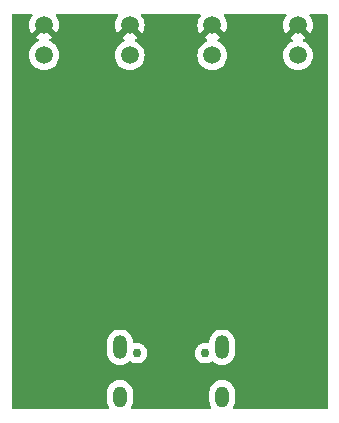
<source format=gbr>
%TF.GenerationSoftware,KiCad,Pcbnew,8.0.5*%
%TF.CreationDate,2024-10-13T16:03:52-04:00*%
%TF.ProjectId,KiCADWorkshopExample,4b694341-4457-46f7-926b-73686f704578,rev?*%
%TF.SameCoordinates,Original*%
%TF.FileFunction,Copper,L2,Bot*%
%TF.FilePolarity,Positive*%
%FSLAX46Y46*%
G04 Gerber Fmt 4.6, Leading zero omitted, Abs format (unit mm)*
G04 Created by KiCad (PCBNEW 8.0.5) date 2024-10-13 16:03:52*
%MOMM*%
%LPD*%
G01*
G04 APERTURE LIST*
%TA.AperFunction,ComponentPad*%
%ADD10C,0.750000*%
%TD*%
%TA.AperFunction,ComponentPad*%
%ADD11O,1.200000X2.000000*%
%TD*%
%TA.AperFunction,ComponentPad*%
%ADD12O,1.200000X1.800000*%
%TD*%
%TA.AperFunction,ComponentPad*%
%ADD13C,1.520000*%
%TD*%
%TA.AperFunction,ViaPad*%
%ADD14C,0.600000*%
%TD*%
G04 APERTURE END LIST*
D10*
%TO.P,USBC1,*%
%TO.N,*%
X89600000Y-144737500D03*
X95400000Y-144737500D03*
D11*
%TO.P,USBC1,0,SH*%
%TO.N,unconnected-(USBC1-SH-Pad0)*%
X88170000Y-144237500D03*
%TO.P,USBC1,1*%
%TO.N,N/C*%
X96830000Y-144237500D03*
D12*
%TO.P,USBC1,2*%
X96830000Y-148417500D03*
%TO.P,USBC1,3*%
X88170000Y-148417500D03*
%TD*%
D13*
%TO.P,LED4,1,A*%
%TO.N,Net-(LED4-A)*%
X81750000Y-119500000D03*
%TO.P,LED4,2,K*%
%TO.N,GND*%
X81750000Y-116960000D03*
%TD*%
%TO.P,LED2,1,A*%
%TO.N,Net-(LED2-A)*%
X96000000Y-119520000D03*
%TO.P,LED2,2,K*%
%TO.N,GND*%
X96000000Y-116980000D03*
%TD*%
%TO.P,LED3,1,A*%
%TO.N,Net-(LED3-A)*%
X89000000Y-119520000D03*
%TO.P,LED3,2,K*%
%TO.N,GND*%
X89000000Y-116980000D03*
%TD*%
%TO.P,LED1,1,A*%
%TO.N,Net-(LED1-A)*%
X103250000Y-119520000D03*
%TO.P,LED1,2,K*%
%TO.N,GND*%
X103250000Y-116980000D03*
%TD*%
D14*
%TO.N,GND*%
X92500000Y-138250000D03*
X89000000Y-141500000D03*
X96000000Y-141500000D03*
%TD*%
%TA.AperFunction,Conductor*%
%TO.N,GND*%
G36*
X80712510Y-116020185D02*
G01*
X80758265Y-116072989D01*
X80768209Y-116142147D01*
X80747046Y-116195623D01*
X80654642Y-116327589D01*
X80654640Y-116327593D01*
X80561466Y-116527404D01*
X80504402Y-116740366D01*
X80504401Y-116740373D01*
X80485187Y-116959998D01*
X80485187Y-116960001D01*
X80504401Y-117179626D01*
X80504402Y-117179634D01*
X80561463Y-117392587D01*
X80561466Y-117392593D01*
X80654638Y-117592402D01*
X80699694Y-117656750D01*
X81301982Y-117054462D01*
X81323958Y-117136473D01*
X81384149Y-117240727D01*
X81469273Y-117325851D01*
X81573527Y-117386042D01*
X81655536Y-117408016D01*
X81053247Y-118010304D01*
X81117593Y-118055360D01*
X81250514Y-118117342D01*
X81302953Y-118163514D01*
X81322105Y-118230708D01*
X81301889Y-118297589D01*
X81250514Y-118342106D01*
X81117344Y-118404204D01*
X81117342Y-118404205D01*
X80936668Y-118530713D01*
X80780713Y-118686668D01*
X80654205Y-118867342D01*
X80654204Y-118867344D01*
X80560994Y-119067235D01*
X80560990Y-119067244D01*
X80503909Y-119280275D01*
X80503907Y-119280285D01*
X80484685Y-119499998D01*
X80484685Y-119500001D01*
X80503907Y-119719714D01*
X80503909Y-119719724D01*
X80560990Y-119932755D01*
X80560995Y-119932769D01*
X80654203Y-120132654D01*
X80654207Y-120132662D01*
X80780712Y-120313330D01*
X80936669Y-120469287D01*
X81117337Y-120595792D01*
X81117339Y-120595793D01*
X81117342Y-120595795D01*
X81160235Y-120615796D01*
X81317230Y-120689004D01*
X81317232Y-120689004D01*
X81317237Y-120689007D01*
X81530280Y-120746092D01*
X81687222Y-120759822D01*
X81749998Y-120765315D01*
X81750000Y-120765315D01*
X81750002Y-120765315D01*
X81804930Y-120760509D01*
X81969720Y-120746092D01*
X82182763Y-120689007D01*
X82382658Y-120595795D01*
X82563329Y-120469288D01*
X82719288Y-120313329D01*
X82845795Y-120132658D01*
X82939007Y-119932763D01*
X82996092Y-119719720D01*
X83015315Y-119500000D01*
X82996092Y-119280280D01*
X82944366Y-119087237D01*
X82939009Y-119067244D01*
X82939008Y-119067243D01*
X82939007Y-119067237D01*
X82845795Y-118867343D01*
X82719288Y-118686671D01*
X82719286Y-118686668D01*
X82563330Y-118530712D01*
X82382662Y-118404207D01*
X82382654Y-118404203D01*
X82249486Y-118342106D01*
X82197046Y-118295934D01*
X82177894Y-118228740D01*
X82198110Y-118161859D01*
X82249486Y-118117342D01*
X82382402Y-118055362D01*
X82382410Y-118055358D01*
X82446751Y-118010305D01*
X82446751Y-118010304D01*
X81844464Y-117408016D01*
X81926473Y-117386042D01*
X82030727Y-117325851D01*
X82115851Y-117240727D01*
X82176042Y-117136473D01*
X82198016Y-117054462D01*
X82800305Y-117656751D01*
X82845358Y-117592410D01*
X82845362Y-117592402D01*
X82938532Y-117392598D01*
X82938536Y-117392587D01*
X82995597Y-117179634D01*
X82995598Y-117179626D01*
X83014813Y-116960001D01*
X83014813Y-116959998D01*
X82995598Y-116740373D01*
X82995597Y-116740366D01*
X82938533Y-116527404D01*
X82845359Y-116327593D01*
X82845357Y-116327589D01*
X82752954Y-116195623D01*
X82730627Y-116129417D01*
X82747637Y-116061650D01*
X82798586Y-116013837D01*
X82854529Y-116000500D01*
X87909475Y-116000500D01*
X87976514Y-116020185D01*
X88022269Y-116072989D01*
X88032213Y-116142147D01*
X88011050Y-116195623D01*
X87904642Y-116347589D01*
X87904640Y-116347593D01*
X87811466Y-116547404D01*
X87754402Y-116760366D01*
X87754401Y-116760373D01*
X87735187Y-116979998D01*
X87735187Y-116980001D01*
X87754401Y-117199626D01*
X87754402Y-117199634D01*
X87811463Y-117412587D01*
X87811466Y-117412593D01*
X87904638Y-117612402D01*
X87949694Y-117676750D01*
X88551982Y-117074462D01*
X88573958Y-117156473D01*
X88634149Y-117260727D01*
X88719273Y-117345851D01*
X88823527Y-117406042D01*
X88905536Y-117428016D01*
X88303247Y-118030304D01*
X88367593Y-118075360D01*
X88500514Y-118137342D01*
X88552953Y-118183514D01*
X88572105Y-118250708D01*
X88551889Y-118317589D01*
X88500514Y-118362106D01*
X88367344Y-118424204D01*
X88367342Y-118424205D01*
X88186668Y-118550713D01*
X88030713Y-118706668D01*
X87904205Y-118887342D01*
X87904204Y-118887344D01*
X87810994Y-119087235D01*
X87810990Y-119087244D01*
X87753909Y-119300275D01*
X87753907Y-119300285D01*
X87734685Y-119519998D01*
X87734685Y-119520001D01*
X87753907Y-119739714D01*
X87753909Y-119739724D01*
X87810990Y-119952755D01*
X87810995Y-119952769D01*
X87904203Y-120152654D01*
X87904207Y-120152662D01*
X88030712Y-120333330D01*
X88186669Y-120489287D01*
X88367337Y-120615792D01*
X88367339Y-120615793D01*
X88367342Y-120615795D01*
X88487603Y-120671873D01*
X88567230Y-120709004D01*
X88567232Y-120709004D01*
X88567237Y-120709007D01*
X88780280Y-120766092D01*
X88937222Y-120779822D01*
X88999998Y-120785315D01*
X89000000Y-120785315D01*
X89000002Y-120785315D01*
X89054930Y-120780509D01*
X89219720Y-120766092D01*
X89432763Y-120709007D01*
X89632658Y-120615795D01*
X89813329Y-120489288D01*
X89969288Y-120333329D01*
X90095795Y-120152658D01*
X90189007Y-119952763D01*
X90246092Y-119739720D01*
X90265315Y-119520000D01*
X90246092Y-119300280D01*
X90189007Y-119087237D01*
X90095795Y-118887343D01*
X89969288Y-118706671D01*
X89969286Y-118706668D01*
X89813330Y-118550712D01*
X89632662Y-118424207D01*
X89632654Y-118424203D01*
X89499486Y-118362106D01*
X89447046Y-118315934D01*
X89427894Y-118248740D01*
X89448110Y-118181859D01*
X89499486Y-118137342D01*
X89632402Y-118075362D01*
X89632410Y-118075358D01*
X89696751Y-118030305D01*
X89696751Y-118030304D01*
X89094464Y-117428016D01*
X89176473Y-117406042D01*
X89280727Y-117345851D01*
X89365851Y-117260727D01*
X89426042Y-117156473D01*
X89448016Y-117074462D01*
X90050305Y-117676751D01*
X90095358Y-117612410D01*
X90095362Y-117612402D01*
X90188532Y-117412598D01*
X90188536Y-117412587D01*
X90245597Y-117199634D01*
X90245598Y-117199626D01*
X90264813Y-116980001D01*
X90264813Y-116979998D01*
X90245598Y-116760373D01*
X90245597Y-116760366D01*
X90188533Y-116547404D01*
X90095359Y-116347593D01*
X90095357Y-116347589D01*
X89988950Y-116195623D01*
X89966623Y-116129417D01*
X89983633Y-116061650D01*
X90034582Y-116013837D01*
X90090525Y-116000500D01*
X94909475Y-116000500D01*
X94976514Y-116020185D01*
X95022269Y-116072989D01*
X95032213Y-116142147D01*
X95011050Y-116195623D01*
X94904642Y-116347589D01*
X94904640Y-116347593D01*
X94811466Y-116547404D01*
X94754402Y-116760366D01*
X94754401Y-116760373D01*
X94735187Y-116979998D01*
X94735187Y-116980001D01*
X94754401Y-117199626D01*
X94754402Y-117199634D01*
X94811463Y-117412587D01*
X94811466Y-117412593D01*
X94904638Y-117612402D01*
X94949694Y-117676750D01*
X95551982Y-117074462D01*
X95573958Y-117156473D01*
X95634149Y-117260727D01*
X95719273Y-117345851D01*
X95823527Y-117406042D01*
X95905536Y-117428016D01*
X95303247Y-118030304D01*
X95367593Y-118075360D01*
X95500514Y-118137342D01*
X95552953Y-118183514D01*
X95572105Y-118250708D01*
X95551889Y-118317589D01*
X95500514Y-118362106D01*
X95367344Y-118424204D01*
X95367342Y-118424205D01*
X95186668Y-118550713D01*
X95030713Y-118706668D01*
X94904205Y-118887342D01*
X94904204Y-118887344D01*
X94810994Y-119087235D01*
X94810990Y-119087244D01*
X94753909Y-119300275D01*
X94753907Y-119300285D01*
X94734685Y-119519998D01*
X94734685Y-119520001D01*
X94753907Y-119739714D01*
X94753909Y-119739724D01*
X94810990Y-119952755D01*
X94810995Y-119952769D01*
X94904203Y-120152654D01*
X94904207Y-120152662D01*
X95030712Y-120333330D01*
X95186669Y-120489287D01*
X95367337Y-120615792D01*
X95367339Y-120615793D01*
X95367342Y-120615795D01*
X95487603Y-120671873D01*
X95567230Y-120709004D01*
X95567232Y-120709004D01*
X95567237Y-120709007D01*
X95780280Y-120766092D01*
X95937222Y-120779822D01*
X95999998Y-120785315D01*
X96000000Y-120785315D01*
X96000002Y-120785315D01*
X96054930Y-120780509D01*
X96219720Y-120766092D01*
X96432763Y-120709007D01*
X96632658Y-120615795D01*
X96813329Y-120489288D01*
X96969288Y-120333329D01*
X97095795Y-120152658D01*
X97189007Y-119952763D01*
X97246092Y-119739720D01*
X97265315Y-119520000D01*
X97246092Y-119300280D01*
X97189007Y-119087237D01*
X97095795Y-118887343D01*
X96969288Y-118706671D01*
X96969286Y-118706668D01*
X96813330Y-118550712D01*
X96632662Y-118424207D01*
X96632654Y-118424203D01*
X96499486Y-118362106D01*
X96447046Y-118315934D01*
X96427894Y-118248740D01*
X96448110Y-118181859D01*
X96499486Y-118137342D01*
X96632402Y-118075362D01*
X96632410Y-118075358D01*
X96696751Y-118030305D01*
X96696751Y-118030304D01*
X96094464Y-117428016D01*
X96176473Y-117406042D01*
X96280727Y-117345851D01*
X96365851Y-117260727D01*
X96426042Y-117156473D01*
X96448016Y-117074462D01*
X97050305Y-117676751D01*
X97095358Y-117612410D01*
X97095362Y-117612402D01*
X97188532Y-117412598D01*
X97188536Y-117412587D01*
X97245597Y-117199634D01*
X97245598Y-117199626D01*
X97264813Y-116980001D01*
X97264813Y-116979998D01*
X97245598Y-116760373D01*
X97245597Y-116760366D01*
X97188533Y-116547404D01*
X97095359Y-116347593D01*
X97095357Y-116347589D01*
X96988950Y-116195623D01*
X96966623Y-116129417D01*
X96983633Y-116061650D01*
X97034582Y-116013837D01*
X97090525Y-116000500D01*
X102159475Y-116000500D01*
X102226514Y-116020185D01*
X102272269Y-116072989D01*
X102282213Y-116142147D01*
X102261050Y-116195623D01*
X102154642Y-116347589D01*
X102154640Y-116347593D01*
X102061466Y-116547404D01*
X102004402Y-116760366D01*
X102004401Y-116760373D01*
X101985187Y-116979998D01*
X101985187Y-116980001D01*
X102004401Y-117199626D01*
X102004402Y-117199634D01*
X102061463Y-117412587D01*
X102061466Y-117412593D01*
X102154638Y-117612402D01*
X102199694Y-117676750D01*
X102801982Y-117074462D01*
X102823958Y-117156473D01*
X102884149Y-117260727D01*
X102969273Y-117345851D01*
X103073527Y-117406042D01*
X103155536Y-117428016D01*
X102553247Y-118030304D01*
X102617593Y-118075360D01*
X102750514Y-118137342D01*
X102802953Y-118183514D01*
X102822105Y-118250708D01*
X102801889Y-118317589D01*
X102750514Y-118362106D01*
X102617344Y-118424204D01*
X102617342Y-118424205D01*
X102436668Y-118550713D01*
X102280713Y-118706668D01*
X102154205Y-118887342D01*
X102154204Y-118887344D01*
X102060994Y-119087235D01*
X102060990Y-119087244D01*
X102003909Y-119300275D01*
X102003907Y-119300285D01*
X101984685Y-119519998D01*
X101984685Y-119520001D01*
X102003907Y-119739714D01*
X102003909Y-119739724D01*
X102060990Y-119952755D01*
X102060995Y-119952769D01*
X102154203Y-120152654D01*
X102154207Y-120152662D01*
X102280712Y-120333330D01*
X102436669Y-120489287D01*
X102617337Y-120615792D01*
X102617339Y-120615793D01*
X102617342Y-120615795D01*
X102737603Y-120671873D01*
X102817230Y-120709004D01*
X102817232Y-120709004D01*
X102817237Y-120709007D01*
X103030280Y-120766092D01*
X103187222Y-120779822D01*
X103249998Y-120785315D01*
X103250000Y-120785315D01*
X103250002Y-120785315D01*
X103304930Y-120780509D01*
X103469720Y-120766092D01*
X103682763Y-120709007D01*
X103882658Y-120615795D01*
X104063329Y-120489288D01*
X104219288Y-120333329D01*
X104345795Y-120152658D01*
X104439007Y-119952763D01*
X104496092Y-119739720D01*
X104515315Y-119520000D01*
X104496092Y-119300280D01*
X104439007Y-119087237D01*
X104345795Y-118887343D01*
X104219288Y-118706671D01*
X104219286Y-118706668D01*
X104063330Y-118550712D01*
X103882662Y-118424207D01*
X103882654Y-118424203D01*
X103749486Y-118362106D01*
X103697046Y-118315934D01*
X103677894Y-118248740D01*
X103698110Y-118181859D01*
X103749486Y-118137342D01*
X103882402Y-118075362D01*
X103882410Y-118075358D01*
X103946751Y-118030305D01*
X103946751Y-118030304D01*
X103344464Y-117428016D01*
X103426473Y-117406042D01*
X103530727Y-117345851D01*
X103615851Y-117260727D01*
X103676042Y-117156473D01*
X103698016Y-117074462D01*
X104300305Y-117676751D01*
X104345358Y-117612410D01*
X104345362Y-117612402D01*
X104438532Y-117412598D01*
X104438536Y-117412587D01*
X104495597Y-117199634D01*
X104495598Y-117199626D01*
X104514813Y-116980001D01*
X104514813Y-116979998D01*
X104495598Y-116760373D01*
X104495597Y-116760366D01*
X104438533Y-116547404D01*
X104345359Y-116347593D01*
X104345357Y-116347589D01*
X104238950Y-116195623D01*
X104216623Y-116129417D01*
X104233633Y-116061650D01*
X104284582Y-116013837D01*
X104340525Y-116000500D01*
X105625500Y-116000500D01*
X105692539Y-116020185D01*
X105738294Y-116072989D01*
X105749500Y-116124500D01*
X105749500Y-149375500D01*
X105729815Y-149442539D01*
X105677011Y-149488294D01*
X105625500Y-149499500D01*
X97865501Y-149499500D01*
X97798462Y-149479815D01*
X97752707Y-149427011D01*
X97742763Y-149357853D01*
X97765182Y-149302616D01*
X97771230Y-149294291D01*
X97771232Y-149294288D01*
X97849873Y-149139945D01*
X97903402Y-148975201D01*
X97930500Y-148804111D01*
X97930500Y-148030889D01*
X97903402Y-147859799D01*
X97849873Y-147695055D01*
X97771232Y-147540712D01*
X97669414Y-147400572D01*
X97546928Y-147278086D01*
X97406788Y-147176268D01*
X97252445Y-147097627D01*
X97087701Y-147044098D01*
X97087699Y-147044097D01*
X97087698Y-147044097D01*
X96956271Y-147023281D01*
X96916611Y-147017000D01*
X96743389Y-147017000D01*
X96703728Y-147023281D01*
X96572302Y-147044097D01*
X96407552Y-147097628D01*
X96253211Y-147176268D01*
X96173256Y-147234359D01*
X96113072Y-147278086D01*
X96113070Y-147278088D01*
X96113069Y-147278088D01*
X95990588Y-147400569D01*
X95990588Y-147400570D01*
X95990586Y-147400572D01*
X95946859Y-147460756D01*
X95888768Y-147540711D01*
X95810128Y-147695052D01*
X95756597Y-147859802D01*
X95729500Y-148030889D01*
X95729500Y-148804110D01*
X95756597Y-148975197D01*
X95810128Y-149139947D01*
X95888769Y-149294291D01*
X95894818Y-149302616D01*
X95918297Y-149368422D01*
X95902471Y-149436476D01*
X95852364Y-149485170D01*
X95794499Y-149499500D01*
X89205501Y-149499500D01*
X89138462Y-149479815D01*
X89092707Y-149427011D01*
X89082763Y-149357853D01*
X89105182Y-149302616D01*
X89111230Y-149294291D01*
X89111232Y-149294288D01*
X89189873Y-149139945D01*
X89243402Y-148975201D01*
X89270500Y-148804111D01*
X89270500Y-148030889D01*
X89243402Y-147859799D01*
X89189873Y-147695055D01*
X89111232Y-147540712D01*
X89009414Y-147400572D01*
X88886928Y-147278086D01*
X88746788Y-147176268D01*
X88592445Y-147097627D01*
X88427701Y-147044098D01*
X88427699Y-147044097D01*
X88427698Y-147044097D01*
X88296271Y-147023281D01*
X88256611Y-147017000D01*
X88083389Y-147017000D01*
X88043728Y-147023281D01*
X87912302Y-147044097D01*
X87747552Y-147097628D01*
X87593211Y-147176268D01*
X87513256Y-147234359D01*
X87453072Y-147278086D01*
X87453070Y-147278088D01*
X87453069Y-147278088D01*
X87330588Y-147400569D01*
X87330588Y-147400570D01*
X87330586Y-147400572D01*
X87286859Y-147460756D01*
X87228768Y-147540711D01*
X87150128Y-147695052D01*
X87096597Y-147859802D01*
X87069500Y-148030889D01*
X87069500Y-148804110D01*
X87096597Y-148975197D01*
X87150128Y-149139947D01*
X87228769Y-149294291D01*
X87234818Y-149302616D01*
X87258297Y-149368422D01*
X87242471Y-149436476D01*
X87192364Y-149485170D01*
X87134499Y-149499500D01*
X79124500Y-149499500D01*
X79057461Y-149479815D01*
X79011706Y-149427011D01*
X79000500Y-149375500D01*
X79000500Y-143750889D01*
X87069500Y-143750889D01*
X87069500Y-144724111D01*
X87096598Y-144895201D01*
X87150127Y-145059945D01*
X87228768Y-145214288D01*
X87330586Y-145354428D01*
X87453072Y-145476914D01*
X87593212Y-145578732D01*
X87747555Y-145657373D01*
X87912299Y-145710902D01*
X88083389Y-145738000D01*
X88083390Y-145738000D01*
X88256610Y-145738000D01*
X88256611Y-145738000D01*
X88427701Y-145710902D01*
X88592445Y-145657373D01*
X88746788Y-145578732D01*
X88886928Y-145476914D01*
X88912632Y-145451209D01*
X88973954Y-145417724D01*
X89043646Y-145422707D01*
X89069200Y-145435785D01*
X89097290Y-145454554D01*
X89101285Y-145457339D01*
X89159836Y-145499879D01*
X89159839Y-145499881D01*
X89166013Y-145502630D01*
X89184465Y-145512803D01*
X89185295Y-145513358D01*
X89185297Y-145513359D01*
X89185299Y-145513360D01*
X89228473Y-145531243D01*
X89252903Y-145541362D01*
X89255809Y-145542609D01*
X89327966Y-145574736D01*
X89328130Y-145574770D01*
X89338657Y-145578043D01*
X89338796Y-145577586D01*
X89344615Y-145579350D01*
X89344626Y-145579355D01*
X89376701Y-145585734D01*
X89422832Y-145594911D01*
X89424363Y-145595225D01*
X89507981Y-145613000D01*
X89507982Y-145613000D01*
X89692017Y-145613000D01*
X89692019Y-145613000D01*
X89775656Y-145595221D01*
X89777164Y-145594911D01*
X89855374Y-145579355D01*
X89855379Y-145579353D01*
X89861203Y-145577587D01*
X89861342Y-145578047D01*
X89871875Y-145574769D01*
X89872034Y-145574736D01*
X89944137Y-145542633D01*
X89947085Y-145541366D01*
X90014705Y-145513358D01*
X90015514Y-145512817D01*
X90033981Y-145502631D01*
X90040161Y-145499881D01*
X90098741Y-145457318D01*
X90102683Y-145454571D01*
X90158099Y-145417545D01*
X90163448Y-145412194D01*
X90178246Y-145399555D01*
X90189050Y-145391707D01*
X90233122Y-145342757D01*
X90237554Y-145338088D01*
X90280045Y-145295599D01*
X90287911Y-145283825D01*
X90298852Y-145269757D01*
X90312195Y-145254940D01*
X90341859Y-145203558D01*
X90346106Y-145196729D01*
X90375858Y-145152205D01*
X90383793Y-145133048D01*
X90390958Y-145118516D01*
X90404214Y-145095559D01*
X90420516Y-145045385D01*
X90423879Y-145036271D01*
X90441851Y-144992883D01*
X90441855Y-144992874D01*
X90447180Y-144966099D01*
X90450863Y-144951985D01*
X90461085Y-144920529D01*
X90465913Y-144874580D01*
X90467617Y-144863355D01*
X90475500Y-144823732D01*
X90475500Y-144789879D01*
X90476179Y-144776918D01*
X90476262Y-144776124D01*
X90480322Y-144737500D01*
X90480322Y-144737499D01*
X94519678Y-144737499D01*
X94523821Y-144776918D01*
X94524500Y-144789879D01*
X94524500Y-144823729D01*
X94532383Y-144863363D01*
X94534085Y-144874587D01*
X94538914Y-144920527D01*
X94549135Y-144951985D01*
X94552820Y-144966107D01*
X94558143Y-144992868D01*
X94558144Y-144992870D01*
X94558145Y-144992874D01*
X94558149Y-144992883D01*
X94576116Y-145036260D01*
X94579484Y-145045390D01*
X94595786Y-145095560D01*
X94595787Y-145095561D01*
X94609035Y-145118508D01*
X94616206Y-145133048D01*
X94624142Y-145152205D01*
X94624143Y-145152208D01*
X94653878Y-145196709D01*
X94658163Y-145203599D01*
X94687803Y-145254938D01*
X94687808Y-145254945D01*
X94701140Y-145269751D01*
X94712091Y-145283830D01*
X94719956Y-145295600D01*
X94719958Y-145295603D01*
X94762426Y-145338070D01*
X94766897Y-145342781D01*
X94810947Y-145391705D01*
X94821752Y-145399555D01*
X94836547Y-145412191D01*
X94841901Y-145417545D01*
X94897290Y-145454554D01*
X94901285Y-145457339D01*
X94959836Y-145499879D01*
X94959839Y-145499881D01*
X94966013Y-145502630D01*
X94984465Y-145512803D01*
X94985295Y-145513358D01*
X94985297Y-145513359D01*
X94985299Y-145513360D01*
X95028473Y-145531243D01*
X95052903Y-145541362D01*
X95055809Y-145542609D01*
X95127966Y-145574736D01*
X95128130Y-145574770D01*
X95138657Y-145578043D01*
X95138796Y-145577586D01*
X95144615Y-145579350D01*
X95144626Y-145579355D01*
X95176701Y-145585734D01*
X95222832Y-145594911D01*
X95224363Y-145595225D01*
X95307981Y-145613000D01*
X95307982Y-145613000D01*
X95492017Y-145613000D01*
X95492019Y-145613000D01*
X95575656Y-145595221D01*
X95577164Y-145594911D01*
X95655374Y-145579355D01*
X95655379Y-145579353D01*
X95661203Y-145577587D01*
X95661342Y-145578047D01*
X95671875Y-145574769D01*
X95672034Y-145574736D01*
X95744137Y-145542633D01*
X95747085Y-145541366D01*
X95814705Y-145513358D01*
X95815514Y-145512817D01*
X95833981Y-145502631D01*
X95840161Y-145499881D01*
X95898741Y-145457318D01*
X95902683Y-145454571D01*
X95930799Y-145435785D01*
X95997476Y-145414910D01*
X96064856Y-145433396D01*
X96087367Y-145451209D01*
X96113072Y-145476914D01*
X96253212Y-145578732D01*
X96407555Y-145657373D01*
X96572299Y-145710902D01*
X96743389Y-145738000D01*
X96743390Y-145738000D01*
X96916610Y-145738000D01*
X96916611Y-145738000D01*
X97087701Y-145710902D01*
X97252445Y-145657373D01*
X97406788Y-145578732D01*
X97546928Y-145476914D01*
X97669414Y-145354428D01*
X97771232Y-145214288D01*
X97849873Y-145059945D01*
X97903402Y-144895201D01*
X97930500Y-144724111D01*
X97930500Y-143750889D01*
X97903402Y-143579799D01*
X97849873Y-143415055D01*
X97771232Y-143260712D01*
X97669414Y-143120572D01*
X97546928Y-142998086D01*
X97406788Y-142896268D01*
X97252445Y-142817627D01*
X97087701Y-142764098D01*
X97087699Y-142764097D01*
X97087698Y-142764097D01*
X96956271Y-142743281D01*
X96916611Y-142737000D01*
X96743389Y-142737000D01*
X96703728Y-142743281D01*
X96572302Y-142764097D01*
X96407552Y-142817628D01*
X96253211Y-142896268D01*
X96173256Y-142954359D01*
X96113072Y-142998086D01*
X96113070Y-142998088D01*
X96113069Y-142998088D01*
X95990588Y-143120569D01*
X95990588Y-143120570D01*
X95990586Y-143120572D01*
X95946859Y-143180756D01*
X95888768Y-143260711D01*
X95810128Y-143415052D01*
X95756597Y-143579802D01*
X95729500Y-143750889D01*
X95729500Y-143759295D01*
X95709815Y-143826334D01*
X95657011Y-143872089D01*
X95587853Y-143882033D01*
X95581305Y-143880911D01*
X95579384Y-143880529D01*
X95577200Y-143880095D01*
X95575619Y-143879769D01*
X95492020Y-143862000D01*
X95492019Y-143862000D01*
X95307981Y-143862000D01*
X95224394Y-143879767D01*
X95222806Y-143880093D01*
X95144624Y-143895644D01*
X95138801Y-143897411D01*
X95138665Y-143896962D01*
X95128157Y-143900223D01*
X95128017Y-143900253D01*
X95127965Y-143900264D01*
X95055867Y-143932363D01*
X95052889Y-143933642D01*
X94985298Y-143961640D01*
X94985289Y-143961645D01*
X94984462Y-143962198D01*
X94966029Y-143972362D01*
X94959848Y-143975114D01*
X94959840Y-143975118D01*
X94901271Y-144017669D01*
X94897282Y-144020448D01*
X94841908Y-144057449D01*
X94841892Y-144057462D01*
X94836538Y-144062816D01*
X94821755Y-144075441D01*
X94810954Y-144083288D01*
X94766896Y-144132219D01*
X94762429Y-144136925D01*
X94719961Y-144179393D01*
X94719953Y-144179403D01*
X94712088Y-144191173D01*
X94701144Y-144205244D01*
X94687805Y-144220058D01*
X94658168Y-144271392D01*
X94653885Y-144278279D01*
X94624142Y-144322793D01*
X94616208Y-144341947D01*
X94609038Y-144356485D01*
X94595787Y-144379436D01*
X94579489Y-144429595D01*
X94576121Y-144438725D01*
X94558145Y-144482124D01*
X94552819Y-144508897D01*
X94549134Y-144523016D01*
X94538915Y-144554469D01*
X94538914Y-144554472D01*
X94534085Y-144600412D01*
X94532383Y-144611635D01*
X94524500Y-144651270D01*
X94524500Y-144685120D01*
X94523821Y-144698080D01*
X94519678Y-144737499D01*
X90480322Y-144737499D01*
X90476179Y-144698080D01*
X90475500Y-144685120D01*
X90475500Y-144651271D01*
X90475500Y-144651270D01*
X90467615Y-144611632D01*
X90465913Y-144600410D01*
X90461085Y-144554474D01*
X90461085Y-144554471D01*
X90450864Y-144523015D01*
X90447180Y-144508897D01*
X90441855Y-144482126D01*
X90423878Y-144438725D01*
X90420511Y-144429598D01*
X90404215Y-144379443D01*
X90390961Y-144356487D01*
X90383792Y-144341952D01*
X90375858Y-144322795D01*
X90346113Y-144278279D01*
X90341835Y-144271398D01*
X90337086Y-144263173D01*
X90312195Y-144220060D01*
X90298855Y-144205244D01*
X90287911Y-144191173D01*
X90280045Y-144179401D01*
X90280043Y-144179399D01*
X90280041Y-144179396D01*
X90237571Y-144136927D01*
X90233101Y-144132217D01*
X90189050Y-144083293D01*
X90189046Y-144083290D01*
X90178245Y-144075442D01*
X90163451Y-144062807D01*
X90158099Y-144057455D01*
X90102714Y-144020448D01*
X90102713Y-144020447D01*
X90098719Y-144017663D01*
X90040162Y-143975119D01*
X90033972Y-143972363D01*
X90015530Y-143962193D01*
X90014706Y-143961642D01*
X89947092Y-143933635D01*
X89944112Y-143932354D01*
X89872033Y-143900263D01*
X89871847Y-143900224D01*
X89861342Y-143896966D01*
X89861207Y-143897414D01*
X89855374Y-143895645D01*
X89777207Y-143880096D01*
X89775619Y-143879769D01*
X89692020Y-143862000D01*
X89692019Y-143862000D01*
X89507981Y-143862000D01*
X89424394Y-143879767D01*
X89422824Y-143880090D01*
X89421792Y-143880295D01*
X89418708Y-143880908D01*
X89349118Y-143874692D01*
X89293934Y-143831838D01*
X89270679Y-143765952D01*
X89270500Y-143759295D01*
X89270500Y-143750889D01*
X89243402Y-143579802D01*
X89243402Y-143579799D01*
X89189873Y-143415055D01*
X89111232Y-143260712D01*
X89009414Y-143120572D01*
X88886928Y-142998086D01*
X88746788Y-142896268D01*
X88592445Y-142817627D01*
X88427701Y-142764098D01*
X88427699Y-142764097D01*
X88427698Y-142764097D01*
X88296271Y-142743281D01*
X88256611Y-142737000D01*
X88083389Y-142737000D01*
X88043728Y-142743281D01*
X87912302Y-142764097D01*
X87747552Y-142817628D01*
X87593211Y-142896268D01*
X87513256Y-142954359D01*
X87453072Y-142998086D01*
X87453070Y-142998088D01*
X87453069Y-142998088D01*
X87330588Y-143120569D01*
X87330588Y-143120570D01*
X87330586Y-143120572D01*
X87286859Y-143180756D01*
X87228768Y-143260711D01*
X87150128Y-143415052D01*
X87096597Y-143579802D01*
X87069500Y-143750889D01*
X79000500Y-143750889D01*
X79000500Y-116124500D01*
X79020185Y-116057461D01*
X79072989Y-116011706D01*
X79124500Y-116000500D01*
X80645471Y-116000500D01*
X80712510Y-116020185D01*
G37*
%TD.AperFunction*%
%TD*%
M02*

</source>
